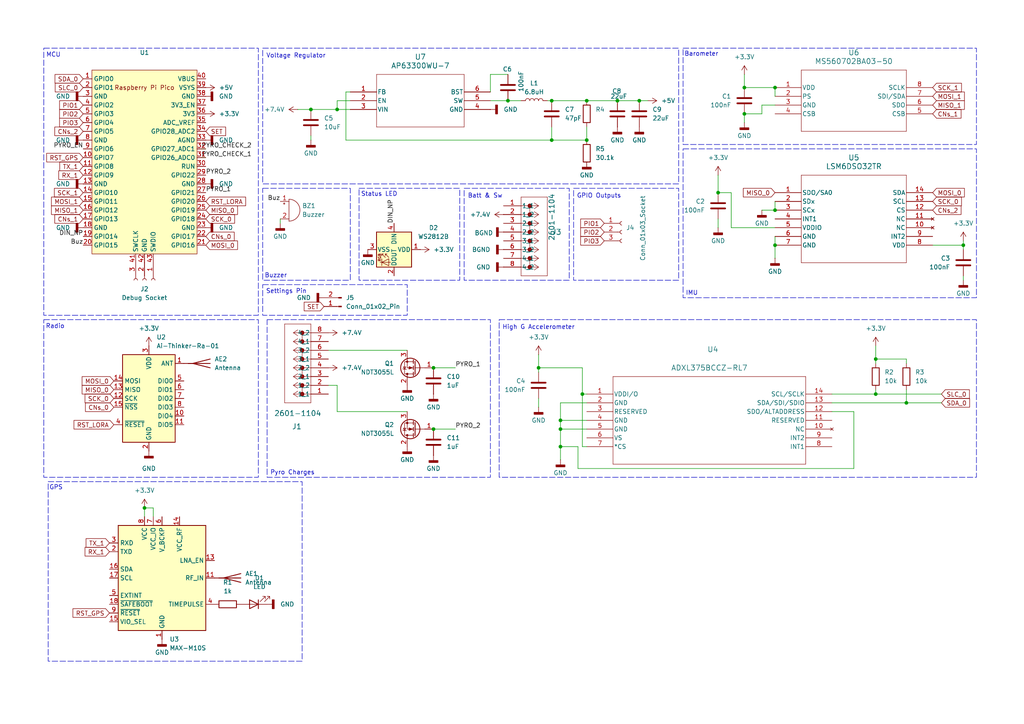
<source format=kicad_sch>
(kicad_sch (version 20231120) (generator "eeschema") (generator_version "8.0")
  (paper "A4")
  (lib_symbols
    (symbol "ADI_ADXL375:ADXL375BCCZ-RL7" (pin_names (offset 0.254))
      (property "Reference" "U" (at 35.56 10.16 0))
      (property "Value" "ADXL375BCCZ-RL7" (at 35.56 7.62 0))
      (symbol "ADXL375BCCZ-RL7_0_1"
        (pin power_in line (at 0 0 0) (length 7.62) (name "VDDI/O") (number "1"))
        (pin no_connect line (at 71.12 -10.16 180) (length 7.62) (name "NC") (number "10"))
        (pin unspecified line (at 71.12 -7.62 180) (length 7.62) (name "RESERVED") (number "11"))
        (pin unspecified line (at 71.12 -5.08 180) (length 7.62) (name "SDO/ALTADDRESS") (number "12"))
        (pin unspecified line (at 71.12 -2.54 180) (length 7.62) (name "SDA/SDI/SDIO") (number "13"))
        (pin unspecified line (at 71.12 0 180) (length 7.62) (name "SCL/SCLK") (number "14"))
        (pin power_out line (at 0 -2.54 0) (length 7.62) (name "GND") (number "2"))
        (pin unspecified line (at 0 -5.08 0) (length 7.62) (name "RESERVED") (number "3"))
        (pin power_out line (at 0 -7.62 0) (length 7.62) (name "GND") (number "4"))
        (pin power_out line (at 0 -10.16 0) (length 7.62) (name "GND") (number "5"))
        (pin unspecified line (at 0 -12.7 0) (length 7.62) (name "VS") (number "6"))
        (pin unspecified line (at 0 -15.24 0) (length 7.62) (name "*CS") (number "7"))
        (pin bidirectional line (at 71.12 -15.24 180) (length 7.62) (name "INT1") (number "8"))
        (pin bidirectional line (at 71.12 -12.7 180) (length 7.62) (name "INT2") (number "9"))
      )
    )
    (symbol "AP6330:AP63300WU-7" (pin_names (offset 0.254))
      (property "Reference" "U" (at 20.32 10.16 0))
      (property "Value" "AP63300WU-7" (at 20.32 7.62 0))
      (symbol "AP63300WU-7_0_1"
        (pin unspecified line (at 0 0 0) (length 7.62) (name "FB") (number "1"))
        (pin unspecified line (at 0 -2.54 0) (length 7.62) (name "EN") (number "2"))
        (pin unspecified line (at 0 -5.08 0) (length 7.62) (name "VIN") (number "3"))
        (pin power_out line (at 40.64 -5.08 180) (length 7.62) (name "GND") (number "4"))
        (pin unspecified line (at 40.64 -2.54 180) (length 7.62) (name "SW") (number "5"))
        (pin unspecified line (at 40.64 0 180) (length 7.62) (name "BST") (number "6"))
      )
    )
    (symbol "Connector:Conn_01x02_Pin" (pin_names (offset 1.016) hide)
      (property "Reference" "J" (at 0 2.54 0))
      (property "Value" "Conn_01x02_Pin" (at 0 -5.08 0))
      (symbol "Conn_01x02_Pin_1_1"
        (pin passive line (at 5.08 0 180) (length 3.81) (name "Pin_1") (number "1"))
        (pin passive line (at 5.08 -2.54 180) (length 3.81) (name "Pin_2") (number "2"))
      )
    )
    (symbol "Connector:Conn_01x03_Socket" (pin_names (offset 1.016) hide)
      (property "Reference" "J" (at 0 5.08 0))
      (property "Value" "Conn_01x03_Socket" (at 0 -5.08 0))
      (symbol "Conn_01x03_Socket_1_1"
        (pin passive line (at -5.08 2.54 0) (length 3.81) (name "Pin_1") (number "1"))
        (pin passive line (at -5.08 0 0) (length 3.81) (name "Pin_2") (number "2"))
        (pin passive line (at -5.08 -2.54 0) (length 3.81) (name "Pin_3") (number "3"))
      )
    )
    (symbol "Device:Antenna" (pin_numbers hide) (pin_names (offset 1.016) hide)
      (property "Reference" "AE" (at -1.905 1.905 0))
      (property "Value" "Antenna" (at -1.905 0 0))
      (symbol "Antenna_1_1"
        (pin input line (at 0 -5.08 90) (length 2.54) (name "A") (number "1"))
      )
    )
    (symbol "Device:Buzzer" (pin_names (offset 0.0254) hide)
      (property "Reference" "BZ" (at 3.81 1.27 0))
      (property "Value" "Buzzer" (at 3.81 -1.27 0))
      (symbol "Buzzer_1_1"
        (pin passive line (at -2.54 2.54 0) (length 2.54) (name "+") (number "1"))
        (pin passive line (at -2.54 -2.54 0) (length 2.54) (name "-") (number "2"))
      )
    )
    (symbol "Device:C" (pin_numbers hide) (pin_names (offset 0.254))
      (property "Reference" "C" (at 0.635 2.54 0))
      (property "Value" "C" (at 0.635 -2.54 0))
      (symbol "C_1_1"
        (pin passive line (at 0 3.81 270) (length 2.794) (name "~") (number "1"))
        (pin passive line (at 0 -3.81 90) (length 2.794) (name "~") (number "2"))
      )
    )
    (symbol "Device:L" (pin_numbers hide) (pin_names (offset 1.016) hide)
      (property "Reference" "L" (at -1.27 0 90))
      (property "Value" "L" (at 1.905 0 90))
      (symbol "L_1_1"
        (pin passive line (at 0 3.81 270) (length 1.27) (name "1") (number "1"))
        (pin passive line (at 0 -3.81 90) (length 1.27) (name "2") (number "2"))
      )
    )
    (symbol "Device:LED" (pin_numbers hide) (pin_names (offset 1.016) hide)
      (property "Reference" "D" (at 0 2.54 0))
      (property "Value" "LED" (at 0 -2.54 0))
      (symbol "LED_1_1"
        (pin passive line (at -3.81 0 0) (length 2.54) (name "K") (number "1"))
        (pin passive line (at 3.81 0 180) (length 2.54) (name "A") (number "2"))
      )
    )
    (symbol "Device:R" (pin_numbers hide) (pin_names (offset 0))
      (property "Reference" "R" (at 2.032 0 90))
      (property "Value" "R" (at 0 0 90))
      (symbol "R_1_1"
        (pin passive line (at 0 3.81 270) (length 1.27) (name "~") (number "1"))
        (pin passive line (at 0 -3.81 90) (length 1.27) (name "~") (number "2"))
      )
    )
    (symbol "LED:WS2812B" (pin_names (offset 0.254))
      (property "Reference" "D" (at 5.08 5.715 0))
      (property "Value" "WS2812B" (at 1.27 -5.715 0))
      (symbol "WS2812B_0_0"
        (text "RGB" (at 2.286 -4.191 0) (effects (font (size 0.762 0.762))))
      )
      (symbol "WS2812B_1_1"
        (pin power_in line (at 0 7.62 270) (length 2.54) (name "VDD") (number "1"))
        (pin output line (at 7.62 0 180) (length 2.54) (name "DOUT") (number "2"))
        (pin power_in line (at 0 -7.62 90) (length 2.54) (name "VSS") (number "3"))
        (pin input line (at -7.62 0 0) (length 2.54) (name "DIN") (number "4"))
      )
    )
    (symbol "LSM6D032:LSM6DSO32TR" (pin_names (offset 0.254))
      (property "Reference" "U" (at 22.86 10.16 0))
      (property "Value" "LSM6DSO32TR" (at 22.86 7.62 0))
      (symbol "LSM6DSO32TR_0_1"
        (pin bidirectional line (at 0 0 0) (length 7.62) (name "SDO/SA0") (number "1"))
        (pin no_connect line (at 45.72 -10.16 180) (length 7.62) (name "NC") (number "10"))
        (pin no_connect line (at 45.72 -7.62 180) (length 7.62) (name "NC") (number "11"))
        (pin input line (at 45.72 -5.08 180) (length 7.62) (name "CS") (number "12"))
        (pin input line (at 45.72 -2.54 180) (length 7.62) (name "SCL") (number "13"))
        (pin bidirectional line (at 45.72 0 180) (length 7.62) (name "SDA") (number "14"))
        (pin unspecified line (at 0 -2.54 0) (length 7.62) (name "SDx") (number "2"))
        (pin unspecified line (at 0 -5.08 0) (length 7.62) (name "SCx") (number "3"))
        (pin output line (at 0 -7.62 0) (length 7.62) (name "INT1") (number "4"))
        (pin power_in line (at 0 -10.16 0) (length 7.62) (name "VDDIO") (number "5"))
        (pin power_out line (at 0 -12.7 0) (length 7.62) (name "GND") (number "6"))
        (pin power_out line (at 0 -15.24 0) (length 7.62) (name "GND") (number "7"))
        (pin power_in line (at 45.72 -15.24 180) (length 7.62) (name "VDD") (number "8"))
        (pin output line (at 45.72 -12.7 180) (length 7.62) (name "INT2") (number "9"))
      )
    )
    (symbol "MCU_RaspberryPi_and_Boards:Pico"
      (property "Reference" "U" (at -13.97 27.94 0))
      (property "Value" "Pico" (at 0 19.05 0))
      (symbol "Pico_0_0"
        (text "Raspberry Pi Pico" (at 0 21.59 0) (effects (font (size 1.27 1.27))))
      )
      (symbol "Pico_1_1"
        (pin bidirectional line (at -17.78 24.13 0) (length 2.54) (name "GPIO0") (number "1"))
        (pin bidirectional line (at -17.78 1.27 0) (length 2.54) (name "GPIO7") (number "10"))
        (pin bidirectional line (at -17.78 -1.27 0) (length 2.54) (name "GPIO8") (number "11"))
        (pin bidirectional line (at -17.78 -3.81 0) (length 2.54) (name "GPIO9") (number "12"))
        (pin power_in line (at -17.78 -6.35 0) (length 2.54) (name "GND") (number "13"))
        (pin bidirectional line (at -17.78 -8.89 0) (length 2.54) (name "GPIO10") (number "14"))
        (pin bidirectional line (at -17.78 -11.43 0) (length 2.54) (name "GPIO11") (number "15"))
        (pin bidirectional line (at -17.78 -13.97 0) (length 2.54) (name "GPIO12") (number "16"))
        (pin bidirectional line (at -17.78 -16.51 0) (length 2.54) (name "GPIO13") (number "17"))
        (pin power_in line (at -17.78 -19.05 0) (length 2.54) (name "GND") (number "18"))
        (pin bidirectional line (at -17.78 -21.59 0) (length 2.54) (name "GPIO14") (number "19"))
        (pin bidirectional line (at -17.78 21.59 0) (length 2.54) (name "GPIO1") (number "2"))
        (pin bidirectional line (at -17.78 -24.13 0) (length 2.54) (name "GPIO15") (number "20"))
        (pin bidirectional line (at 17.78 -24.13 180) (length 2.54) (name "GPIO16") (number "21"))
        (pin bidirectional line (at 17.78 -21.59 180) (length 2.54) (name "GPIO17") (number "22"))
        (pin power_in line (at 17.78 -19.05 180) (length 2.54) (name "GND") (number "23"))
        (pin bidirectional line (at 17.78 -16.51 180) (length 2.54) (name "GPIO18") (number "24"))
        (pin bidirectional line (at 17.78 -13.97 180) (length 2.54) (name "GPIO19") (number "25"))
        (pin bidirectional line (at 17.78 -11.43 180) (length 2.54) (name "GPIO20") (number "26"))
        (pin bidirectional line (at 17.78 -8.89 180) (length 2.54) (name "GPIO21") (number "27"))
        (pin power_in line (at 17.78 -6.35 180) (length 2.54) (name "GND") (number "28"))
        (pin bidirectional line (at 17.78 -3.81 180) (length 2.54) (name "GPIO22") (number "29"))
        (pin power_in line (at -17.78 19.05 0) (length 2.54) (name "GND") (number "3"))
        (pin input line (at 17.78 -1.27 180) (length 2.54) (name "RUN") (number "30"))
        (pin bidirectional line (at 17.78 1.27 180) (length 2.54) (name "GPIO26_ADC0") (number "31"))
        (pin bidirectional line (at 17.78 3.81 180) (length 2.54) (name "GPIO27_ADC1") (number "32"))
        (pin power_in line (at 17.78 6.35 180) (length 2.54) (name "AGND") (number "33"))
        (pin bidirectional line (at 17.78 8.89 180) (length 2.54) (name "GPIO28_ADC2") (number "34"))
        (pin power_in line (at 17.78 11.43 180) (length 2.54) (name "ADC_VREF") (number "35"))
        (pin power_in line (at 17.78 13.97 180) (length 2.54) (name "3V3") (number "36"))
        (pin input line (at 17.78 16.51 180) (length 2.54) (name "3V3_EN") (number "37"))
        (pin bidirectional line (at 17.78 19.05 180) (length 2.54) (name "GND") (number "38"))
        (pin power_in line (at 17.78 21.59 180) (length 2.54) (name "VSYS") (number "39"))
        (pin bidirectional line (at -17.78 16.51 0) (length 2.54) (name "GPIO2") (number "4"))
        (pin power_in line (at 17.78 24.13 180) (length 2.54) (name "VBUS") (number "40"))
        (pin input line (at -2.54 -29.21 90) (length 2.54) (name "SWCLK") (number "41"))
        (pin power_in line (at 0 -29.21 90) (length 2.54) (name "GND") (number "42"))
        (pin bidirectional line (at 2.54 -29.21 90) (length 2.54) (name "SWDIO") (number "43"))
        (pin bidirectional line (at -17.78 13.97 0) (length 2.54) (name "GPIO3") (number "5"))
        (pin bidirectional line (at -17.78 11.43 0) (length 2.54) (name "GPIO4") (number "6"))
        (pin bidirectional line (at -17.78 8.89 0) (length 2.54) (name "GPIO5") (number "7"))
        (pin power_in line (at -17.78 6.35 0) (length 2.54) (name "GND") (number "8"))
        (pin bidirectional line (at -17.78 3.81 0) (length 2.54) (name "GPIO6") (number "9"))
      )
    )
    (symbol "MS5607:MS560702BA03-50" (pin_names (offset 0.254))
      (property "Reference" "U" (at 0 15.24 0))
      (property "Value" "MS560702BA03-50" (at 0 12.7 0))
      (symbol "MS560702BA03-50_0_1"
        (pin power_in line (at -22.86 5.08 0) (length 7.62) (name "VDD") (number "1"))
        (pin input line (at -22.86 2.54 0) (length 7.62) (name "PS") (number "2"))
        (pin power_out line (at -22.86 0 0) (length 7.62) (name "GND") (number "3"))
        (pin input line (at -22.86 -2.54 0) (length 7.62) (name "CSB") (number "4"))
        (pin input line (at 22.86 -2.54 180) (length 7.62) (name "CSB") (number "5"))
        (pin output line (at 22.86 0 180) (length 7.62) (name "SDO") (number "6"))
        (pin bidirectional line (at 22.86 2.54 180) (length 7.62) (name "SDI/SDA") (number "7"))
        (pin input line (at 22.86 5.08 180) (length 7.62) (name "SCLK") (number "8"))
      )
    )
    (symbol "RF_GPS:MAX-M10S"
      (property "Reference" "U" (at -10.16 16.51 0))
      (property "Value" "MAX-M10S" (at 11.43 16.51 0))
      (symbol "MAX-M10S_1_1"
        (pin power_in line (at 0 -17.78 90) (length 2.54) (name "GND") (number "1"))
        (pin passive line (at 0 -17.78 90) (length 2.54) hide (name "GND") (number "10"))
        (pin input line (at 15.24 0 180) (length 2.54) (name "RF_IN") (number "11"))
        (pin passive line (at 0 -17.78 90) (length 2.54) hide (name "GND") (number "12"))
        (pin output line (at 15.24 5.08 180) (length 2.54) (name "LNA_EN") (number "13"))
        (pin power_out line (at 5.08 17.78 270) (length 2.54) (name "VCC_RF") (number "14"))
        (pin input line (at -15.24 -12.7 0) (length 2.54) (name "VIO_SEL") (number "15"))
        (pin bidirectional line (at -15.24 2.54 0) (length 2.54) (name "SDA") (number "16"))
        (pin input line (at -15.24 0 0) (length 2.54) (name "SCL") (number "17"))
        (pin input line (at -15.24 -7.62 0) (length 2.54) (name "~{SAFEBOOT}") (number "18"))
        (pin output line (at -15.24 7.62 0) (length 2.54) (name "TXD") (number "2"))
        (pin input line (at -15.24 10.16 0) (length 2.54) (name "RXD") (number "3"))
        (pin output line (at 15.24 -7.62 180) (length 2.54) (name "TIMEPULSE") (number "4"))
        (pin input line (at -15.24 -5.08 0) (length 2.54) (name "EXTINT") (number "5"))
        (pin power_in line (at 0 17.78 270) (length 2.54) (name "V_BCKP") (number "6"))
        (pin power_in line (at -2.54 17.78 270) (length 2.54) (name "VCC_IO") (number "7"))
        (pin power_in line (at -5.08 17.78 270) (length 2.54) (name "VCC") (number "8"))
        (pin input line (at -15.24 -10.16 0) (length 2.54) (name "~{RESET}") (number "9"))
      )
    )
    (symbol "RF_Module:Ai-Thinker-Ra-01"
      (property "Reference" "U" (at 2.54 17.78 0))
      (property "Value" "Ai-Thinker-Ra-01" (at 13.97 -15.24 0))
      (symbol "Ai-Thinker-Ra-01_1_1"
        (pin passive line (at 10.16 10.16 180) (length 2.54) (name "ANT") (number "1"))
        (pin bidirectional line (at 10.16 -5.08 180) (length 2.54) (name "DIO4") (number "10"))
        (pin bidirectional line (at 10.16 -7.62 180) (length 2.54) (name "DIO5") (number "11"))
        (pin input line (at -10.16 0 0) (length 2.54) (name "SCK") (number "12"))
        (pin output line (at -10.16 2.54 0) (length 2.54) (name "MISO") (number "13"))
        (pin input line (at -10.16 5.08 0) (length 2.54) (name "MOSI") (number "14"))
        (pin input line (at -10.16 -2.54 0) (length 2.54) (name "~{NSS}") (number "15"))
        (pin passive line (at 0 -15.24 90) (length 2.54) hide (name "GND") (number "16"))
        (pin power_in line (at 0 -15.24 90) (length 2.54) (name "GND") (number "2"))
        (pin power_in line (at 0 15.24 270) (length 2.54) (name "VDD") (number "3"))
        (pin input line (at -10.16 -7.62 0) (length 2.54) (name "~{RESET}") (number "4"))
        (pin bidirectional line (at 10.16 5.08 180) (length 2.54) (name "DIO0") (number "5"))
        (pin bidirectional line (at 10.16 2.54 180) (length 2.54) (name "DIO1") (number "6"))
        (pin bidirectional line (at 10.16 0 180) (length 2.54) (name "DIO2") (number "7"))
        (pin bidirectional line (at 10.16 -2.54 180) (length 2.54) (name "DIO3") (number "8"))
        (pin passive line (at 0 -15.24 90) (length 2.54) hide (name "GND") (number "9"))
      )
    )
    (symbol "Transistor_FET:NDT3055L" (pin_names hide)
      (property "Reference" "Q" (at 5.08 1.905 0))
      (property "Value" "NDT3055L" (at 5.08 0 0))
      (symbol "NDT3055L_1_1"
        (pin input line (at -5.08 0 0) (length 2.54) (name "G") (number "1"))
        (pin passive line (at 2.54 5.08 270) (length 2.54) (name "D") (number "2"))
        (pin passive line (at 2.54 -5.08 90) (length 2.54) (name "S") (number "3"))
      )
    )
    (symbol "Wago:2601-1104" (pin_names (offset 0.254))
      (property "Reference" "J" (at 8.89 6.35 0))
      (property "Value" "2601-1104" (at 0 0 0))
      (symbol "2601-1104_1_1"
        (pin unspecified line (at 0 0 0) (length 5.08) (name "1_1") (number "1"))
        (pin unspecified line (at 0 -2.54 0) (length 5.08) (name "1_2") (number "2"))
        (pin unspecified line (at 0 -5.08 0) (length 5.08) (name "2_1") (number "3"))
        (pin unspecified line (at 0 -7.62 0) (length 5.08) (name "2_2") (number "4"))
        (pin unspecified line (at 0 -10.16 0) (length 5.08) (name "3_1") (number "5"))
        (pin unspecified line (at 0 -12.7 0) (length 5.08) (name "3_2") (number "6"))
        (pin unspecified line (at 0 -15.24 0) (length 5.08) (name "4_1") (number "7"))
        (pin unspecified line (at 0 -17.78 0) (length 5.08) (name "4_2") (number "8"))
      )
      (symbol "2601-1104_1_2"
        (pin unspecified line (at 0 0 0) (length 5.08) (name "1_1") (number "1"))
        (pin unspecified line (at 0 -2.54 0) (length 5.08) (name "1_2") (number "2"))
        (pin unspecified line (at 0 -5.08 0) (length 5.08) (name "2_1") (number "3"))
        (pin unspecified line (at 0 -7.62 0) (length 5.08) (name "2_2") (number "4"))
        (pin unspecified line (at 0 -10.16 0) (length 5.08) (name "3_1") (number "5"))
        (pin unspecified line (at 0 -12.7 0) (length 5.08) (name "3_2") (number "6"))
        (pin unspecified line (at 0 -15.24 0) (length 5.08) (name "4_1") (number "7"))
        (pin unspecified line (at 0 -17.78 0) (length 5.08) (name "4_2") (number "8"))
      )
    )
    (symbol "power:+3.3V" (power) (pin_numbers hide) (pin_names (offset 0) hide)
      (property "Value" "+3.3V" (at 0 3.556 0))
      (symbol "+3.3V_1_1"
        (pin power_in line (at 0 0 90) (length 0) (name "~") (number "1"))
      )
    )
    (symbol "power:+5V" (power) (pin_numbers hide) (pin_names (offset 0) hide)
      (property "Value" "+5V" (at 0 3.556 0))
      (symbol "+5V_1_1"
        (pin power_in line (at 0 0 90) (length 0) (name "~") (number "1"))
      )
    )
    (symbol "power:GNDD" (power) (pin_numbers hide) (pin_names (offset 0) hide)
      (property "Value" "GNDD" (at 0 -3.175 0))
      (symbol "GNDD_1_1"
        (pin power_in line (at 0 0 270) (length 0) (name "~") (number "1"))
      )
    )
  )
  (junction (at 254 114.3))
  (junction (at 215.9 33.02))
  (junction (at 125.73 106.68))
  (junction (at 262.89 116.84))
  (junction (at 254 104.14))
  (junction (at 170.18 29.21))
  (junction (at 208.28 55.88))
  (junction (at 162.56 129.54))
  (junction (at 162.56 121.92))
  (junction (at 170.18 40.64))
  (junction (at 224.79 71.12))
  (junction (at 160.02 40.64))
  (junction (at 156.21 106.68))
  (junction (at 90.17 31.75))
  (junction (at 224.79 60.96))
  (junction (at 125.73 124.46))
  (junction (at 224.79 25.4))
  (junction (at 179.07 29.21))
  (junction (at 147.32 29.21))
  (junction (at 185.42 29.21))
  (junction (at 97.79 31.75))
  (junction (at 41.91 147.32))
  (junction (at 279.4 71.12))
  (junction (at 215.9 25.4))
  (junction (at 160.02 29.21))
  (junction (at 162.56 124.46))
  (junction (at 168.91 114.3))
  (wire (pts (xy 167.64 135.89) (xy 167.64 129.54)))
  (wire (pts (xy 132.08 106.68) (xy 125.73 106.68)))
  (wire (pts (xy 168.91 129.54) (xy 168.91 114.3)))
  (wire (pts (xy 59.69 45.72) (xy 58.42 45.72)))
  (wire (pts (xy 220.98 33.02) (xy 220.98 30.48)))
  (wire (pts (xy 241.3 114.3) (xy 254 114.3)))
  (wire (pts (xy 170.18 124.46) (xy 162.56 124.46)))
  (wire (pts (xy 90.17 39.37) (xy 90.17 40.64)))
  (wire (pts (xy 147.32 29.21) (xy 151.13 29.21)))
  (wire (pts (xy 215.9 25.4) (xy 224.79 25.4)))
  (wire (pts (xy 241.3 116.84) (xy 262.89 116.84)))
  (wire (pts (xy 100.33 26.67) (xy 100.33 40.64)))
  (wire (pts (xy 262.89 104.14) (xy 254 104.14)))
  (wire (pts (xy 170.18 48.26) (xy 170.18 46.99)))
  (wire (pts (xy 179.07 29.21) (xy 185.42 29.21)))
  (wire (pts (xy 168.91 106.68) (xy 168.91 114.3)))
  (wire (pts (xy 160.02 36.83) (xy 160.02 40.64)))
  (wire (pts (xy 156.21 115.57) (xy 156.21 118.11)))
  (wire (pts (xy 224.79 58.42) (xy 224.79 60.96)))
  (wire (pts (xy 101.6 26.67) (xy 100.33 26.67)))
  (wire (pts (xy 215.9 33.02) (xy 215.9 35.56)))
  (wire (pts (xy 97.79 119.38) (xy 118.11 119.38)))
  (wire (pts (xy 170.18 40.64) (xy 160.02 40.64)))
  (wire (pts (xy 90.17 31.75) (xy 97.79 31.75)))
  (wire (pts (xy 224.79 66.04) (xy 212.09 66.04)))
  (wire (pts (xy 170.18 36.83) (xy 170.18 40.64)))
  (wire (pts (xy 170.18 129.54) (xy 168.91 129.54)))
  (wire (pts (xy 220.98 33.02) (xy 215.9 33.02)))
  (wire (pts (xy 220.98 30.48) (xy 224.79 30.48)))
  (wire (pts (xy 132.08 124.46) (xy 125.73 124.46)))
  (wire (pts (xy 86.36 31.75) (xy 90.17 31.75)))
  (wire (pts (xy 220.98 60.96) (xy 224.79 60.96)))
  (wire (pts (xy 262.89 116.84) (xy 273.05 116.84)))
  (wire (pts (xy 224.79 68.58) (xy 224.79 71.12)))
  (wire (pts (xy 44.45 149.86) (xy 44.45 147.32)))
  (wire (pts (xy 97.79 31.75) (xy 101.6 31.75)))
  (wire (pts (xy 44.45 147.32) (xy 41.91 147.32)))
  (wire (pts (xy 170.18 116.84) (xy 162.56 116.84)))
  (wire (pts (xy 208.28 63.5) (xy 208.28 66.04)))
  (wire (pts (xy 156.21 102.87) (xy 156.21 106.68)))
  (wire (pts (xy 162.56 116.84) (xy 162.56 121.92)))
  (wire (pts (xy 215.9 21.59) (xy 215.9 25.4)))
  (wire (pts (xy 156.21 106.68) (xy 168.91 106.68)))
  (wire (pts (xy 162.56 121.92) (xy 162.56 124.46)))
  (wire (pts (xy 160.02 29.21) (xy 170.18 29.21)))
  (wire (pts (xy 241.3 119.38) (xy 247.65 119.38)))
  (wire (pts (xy 100.33 40.64) (xy 160.02 40.64)))
  (wire (pts (xy 208.28 50.8) (xy 208.28 55.88)))
  (wire (pts (xy 142.24 26.67) (xy 142.24 21.59)))
  (wire (pts (xy 224.79 25.4) (xy 224.79 27.94)))
  (wire (pts (xy 97.79 111.76) (xy 97.79 119.38)))
  (wire (pts (xy 224.79 71.12) (xy 224.79 74.93)))
  (wire (pts (xy 254 100.33) (xy 254 104.14)))
  (wire (pts (xy 95.25 101.6) (xy 118.11 101.6)))
  (wire (pts (xy 247.65 135.89) (xy 167.64 135.89)))
  (wire (pts (xy 156.21 106.68) (xy 156.21 107.95)))
  (wire (pts (xy 95.25 111.76) (xy 97.79 111.76)))
  (wire (pts (xy 208.28 55.88) (xy 212.09 55.88)))
  (wire (pts (xy 158.75 29.21) (xy 160.02 29.21)))
  (wire (pts (xy 254 114.3) (xy 254 113.03)))
  (wire (pts (xy 81.28 64.77) (xy 81.28 63.5)))
  (wire (pts (xy 279.4 69.85) (xy 279.4 71.12)))
  (wire (pts (xy 162.56 124.46) (xy 162.56 129.54)))
  (wire (pts (xy 279.4 80.01) (xy 279.4 81.28)))
  (wire (pts (xy 162.56 129.54) (xy 162.56 133.35)))
  (wire (pts (xy 254 114.3) (xy 273.05 114.3)))
  (wire (pts (xy 142.24 21.59) (xy 147.32 21.59)))
  (wire (pts (xy 101.6 29.21) (xy 97.79 29.21)))
  (wire (pts (xy 185.42 29.21) (xy 187.96 29.21)))
  (wire (pts (xy 254 104.14) (xy 254 105.41)))
  (wire (pts (xy 97.79 29.21) (xy 97.79 31.75)))
  (wire (pts (xy 270.51 71.12) (xy 279.4 71.12)))
  (wire (pts (xy 59.69 43.18) (xy 58.42 43.18)))
  (wire (pts (xy 212.09 55.88) (xy 212.09 66.04)))
  (wire (pts (xy 262.89 105.41) (xy 262.89 104.14)))
  (wire (pts (xy 170.18 121.92) (xy 162.56 121.92)))
  (wire (pts (xy 279.4 72.39) (xy 279.4 71.12)))
  (wire (pts (xy 168.91 114.3) (xy 170.18 114.3)))
  (wire (pts (xy 170.18 29.21) (xy 179.07 29.21)))
  (wire (pts (xy 262.89 116.84) (xy 262.89 113.03)))
  (wire (pts (xy 147.32 29.21) (xy 142.24 29.21)))
  (wire (pts (xy 247.65 119.38) (xy 247.65 135.89)))
  (wire (pts (xy 167.64 129.54) (xy 162.56 129.54)))
  (wire (pts (xy 41.91 147.32) (xy 41.91 149.86)))
  (rectangle (start 77.47 92.71) (end 142.24 138.43) (stroke (width 0) (type dash)))
  (rectangle (start 12.7 13.97) (end 74.93 91.44) (stroke (width 0) (type dash)))
  (rectangle (start 12.7 92.71) (end 74.93 138.43) (stroke (width 0) (type dash)))
  (rectangle (start 198.12 43.18) (end 283.21 86.36) (stroke (width 0) (type dash)))
  (rectangle (start 76.2 82.55) (end 118.11 91.44) (stroke (width 0) (type dash)))
  (rectangle (start 134.62 54.61) (end 165.1 81.28) (stroke (width 0) (type dash)))
  (rectangle (start 144.78 92.71) (end 283.21 138.43) (stroke (width 0) (type dash)))
  (rectangle (start 166.37 54.61) (end 196.85 81.28) (stroke (width 0) (type dash)))
  (rectangle (start 13.97 139.7) (end 87.63 191.77) (stroke (width 0) (type dash)))
  (rectangle (start 104.14 54.61) (end 133.35 81.28) (stroke (width 0) (type dash)))
  (rectangle (start 76.2 54.61) (end 101.6 81.28) (stroke (width 0) (type dash)))
  (rectangle (start 76.2 13.97) (end 196.85 53.34) (stroke (width 0) (type dash)))
  (rectangle (start 198.12 13.97) (end 283.21 41.91) (stroke (width 0) (type dash)))
  (text "Radio" (at 16.002 94.742 0) (effects (font (size 1.27 1.27))))
  (text "Buzzer" (at 80.01 80.01 0) (effects (font (size 1.27 1.27))))
  (text "Settings Pin" (at 83.058 84.582 0) (effects (font (size 1.27 1.27))))
  (text "High G Accelerometer" (at 156.21 94.996 0) (effects (font (size 1.27 1.27))))
  (text "Voltage Regulator" (at 85.852 16.256 0) (effects (font (size 1.27 1.27))))
  (text "GPS" (at 16.256 141.478 0) (effects (font (size 1.27 1.27))))
  (text "MCU" (at 15.494 16.002 0) (effects (font (size 1.27 1.27))))
  (text "Status LED" (at 109.982 56.388 0) (effects (font (size 1.27 1.27))))
  (text "IMU" (at 200.66 85.09 0) (effects (font (size 1.27 1.27))))
  (text "Batt & Sw" (at 140.716 56.896 0) (effects (font (size 1.27 1.27))))
  (text "GPIO Outputs" (at 173.736 56.896 0) (effects (font (size 1.27 1.27))))
  (text "Pyro Charges" (at 84.836 137.16 0) (effects (font (size 1.27 1.27))))
  (text "Barometer" (at 203.454 15.748 0) (effects (font (size 1.27 1.27))))
  (label "PYRO_EN" (at 24.13 43.18 180))
  (label "PYRO_2" (at 132.08 124.46 0))
  (label "DIN_NP" (at 24.13 68.58 180))
  (label "PYRO_1" (at 59.69 55.88 0))
  (label "PYRO_CHECK_2" (at 58.42 43.18 0))
  (label "DIN_NP" (at 114.3 64.77 90))
  (label "PYRO_1" (at 132.08 106.68 0))
  (label "PYRO_CHECK_1" (at 58.42 45.72 0))
  (label "PYRO_2" (at 59.69 50.8 0))
  (label "Buz" (at 81.28 58.42 180))
  (label "Buz" (at 24.13 71.12 180))
  (global_label "CNs_1" (shape input) (at 270.51 33.02 0) (property "Intersheetrefs" "${INTERSHEET_REFS}" (effects (hide yes))))
  (global_label "SCK_1" (shape input) (at 24.13 55.88 180) (property "Intersheetrefs" "${INTERSHEET_REFS}" (effects (hide yes))))
  (global_label "RST_LORA" (shape input) (at 33.02 123.19 180) (property "Intersheetrefs" "${INTERSHEET_REFS}" (effects (hide yes))))
  (global_label "TX_1" (shape input) (at 31.75 157.48 180) (property "Intersheetrefs" "${INTERSHEET_REFS}" (effects (hide yes))))
  (global_label "SDA_0" (shape input) (at 273.05 116.84 0) (property "Intersheetrefs" "${INTERSHEET_REFS}" (effects (hide yes))))
  (global_label "PIO3" (shape input) (at 24.13 35.56 180) (property "Intersheetrefs" "${INTERSHEET_REFS}" (effects (hide yes))))
  (global_label "CNs_2" (shape input) (at 270.51 60.96 0) (property "Intersheetrefs" "${INTERSHEET_REFS}" (effects (hide yes))))
  (global_label "SCK_0" (shape input) (at 59.69 63.5 0) (property "Intersheetrefs" "${INTERSHEET_REFS}" (effects (hide yes))))
  (global_label "SLC_0" (shape input) (at 273.05 114.3 0) (property "Intersheetrefs" "${INTERSHEET_REFS}" (effects (hide yes))))
  (global_label "MOSI_1" (shape input) (at 270.51 27.94 0) (property "Intersheetrefs" "${INTERSHEET_REFS}" (effects (hide yes))))
  (global_label "PIO1" (shape input) (at 24.13 30.48 180) (property "Intersheetrefs" "${INTERSHEET_REFS}" (effects (hide yes))))
  (global_label "SDA_0" (shape input) (at 24.13 22.86 180) (property "Intersheetrefs" "${INTERSHEET_REFS}" (effects (hide yes))))
  (global_label "SLC_0" (shape input) (at 24.13 25.4 180) (property "Intersheetrefs" "${INTERSHEET_REFS}" (effects (hide yes))))
  (global_label "CNs_0" (shape input) (at 59.69 68.58 0) (property "Intersheetrefs" "${INTERSHEET_REFS}" (effects (hide yes))))
  (global_label "SET" (shape input) (at 59.69 38.1 0) (property "Intersheetrefs" "${INTERSHEET_REFS}" (effects (hide yes))))
  (global_label "RST_LORA" (shape input) (at 59.69 58.42 0) (property "Intersheetrefs" "${INTERSHEET_REFS}" (effects (hide yes))))
  (global_label "PIO3" (shape input) (at 175.26 69.85 180) (property "Intersheetrefs" "${INTERSHEET_REFS}" (effects (hide yes))))
  (global_label "RX_1" (shape input) (at 24.13 50.8 180) (property "Intersheetrefs" "${INTERSHEET_REFS}" (effects (hide yes))))
  (global_label "MISO_0" (shape input) (at 33.02 113.03 180) (property "Intersheetrefs" "${INTERSHEET_REFS}" (effects (hide yes))))
  (global_label "RST_GPS" (shape input) (at 24.13 45.72 180) (property "Intersheetrefs" "${INTERSHEET_REFS}" (effects (hide yes))))
  (global_label "CNs_1" (shape input) (at 24.13 63.5 180) (property "Intersheetrefs" "${INTERSHEET_REFS}" (effects (hide yes))))
  (global_label "MISO_0" (shape input) (at 224.79 55.88 180) (property "Intersheetrefs" "${INTERSHEET_REFS}" (effects (hide yes))))
  (global_label "CNs_2" (shape input) (at 24.13 38.1 180) (property "Intersheetrefs" "${INTERSHEET_REFS}" (effects (hide yes))))
  (global_label "TX_1" (shape input) (at 24.13 48.26 180) (property "Intersheetrefs" "${INTERSHEET_REFS}" (effects (hide yes))))
  (global_label "SCK_1" (shape input) (at 270.51 25.4 0) (property "Intersheetrefs" "${INTERSHEET_REFS}" (effects (hide yes))))
  (global_label "MOSI_0" (shape input) (at 33.02 110.49 180) (property "Intersheetrefs" "${INTERSHEET_REFS}" (effects (hide yes))))
  (global_label "PIO2" (shape input) (at 175.26 67.31 180) (property "Intersheetrefs" "${INTERSHEET_REFS}" (effects (hide yes))))
  (global_label "SET" (shape input) (at 93.98 88.9 180) (property "Intersheetrefs" "${INTERSHEET_REFS}" (effects (hide yes))))
  (global_label "MISO_0" (shape input) (at 59.69 60.96 0) (property "Intersheetrefs" "${INTERSHEET_REFS}" (effects (hide yes))))
  (global_label "PIO2" (shape input) (at 24.13 33.02 180) (property "Intersheetrefs" "${INTERSHEET_REFS}" (effects (hide yes))))
  (global_label "MOSI_0" (shape input) (at 59.69 71.12 0) (property "Intersheetrefs" "${INTERSHEET_REFS}" (effects (hide yes))))
  (global_label "SCK_0" (shape input) (at 33.02 115.57 180) (property "Intersheetrefs" "${INTERSHEET_REFS}" (effects (hide yes))))
  (global_label "RX_1" (shape input) (at 31.75 160.02 180) (property "Intersheetrefs" "${INTERSHEET_REFS}" (effects (hide yes))))
  (global_label "CNs_0" (shape input) (at 33.02 118.11 180) (property "Intersheetrefs" "${INTERSHEET_REFS}" (effects (hide yes))))
  (global_label "MISO_1" (shape input) (at 24.13 60.96 180) (property "Intersheetrefs" "${INTERSHEET_REFS}" (effects (hide yes))))
  (global_label "MOSI_0" (shape input) (at 270.51 55.88 0) (property "Intersheetrefs" "${INTERSHEET_REFS}" (effects (hide yes))))
  (global_label "SCK_0" (shape input) (at 270.51 58.42 0) (property "Intersheetrefs" "${INTERSHEET_REFS}" (effects (hide yes))))
  (global_label "MISO_1" (shape input) (at 270.51 30.48 0) (property "Intersheetrefs" "${INTERSHEET_REFS}" (effects (hide yes))))
  (global_label "MOSI_1" (shape input) (at 24.13 58.42 180) (property "Intersheetrefs" "${INTERSHEET_REFS}" (effects (hide yes))))
  (global_label "RST_GPS" (shape input) (at 31.75 177.8 180) (property "Intersheetrefs" "${INTERSHEET_REFS}" (effects (hide yes))))
  (global_label "PIO1" (shape input) (at 175.26 64.77 180) (property "Intersheetrefs" "${INTERSHEET_REFS}" (effects (hide yes))))
  (symbol (lib_id "Device:C") (at 125.73 128.27 0) (unit 1)
    (property "Reference" "C11" (at 129.54 126.9999 0) (effects (justify left)))
    (property "Value" "1uF" (at 129.54 129.5399 0) (effects (justify left)))
    (property "Footprint" "Capacitor_SMD:C_0603_1608Metric_Pad1.08x0.95mm_HandSolder" (effects (hide yes)))
    (property "Description" "Unpolarized capacitor" (effects (hide yes)))
  )
  (symbol (lib_id "power:GNDD") (at 24.13 66.04 270) (unit 1)
    (property "Reference" "#PWR037" (effects (hide yes)))
    (property "Value" "GND" (at 20.32 66.0399 90) (effects (justify right)))
    (property "Description" "Power symbol creates a global label with name \"GNDD\" , digital ground" (effects (hide yes)))
  )
  (symbol (lib_id "power:GNDD") (at 46.99 185.42 0) (unit 1)
    (property "Reference" "#PWR014" (effects (hide yes)))
    (property "Value" "GND" (at 46.99 189.23 0))
    (property "Description" "Power symbol creates a global label with name \"GNDD\" , digital ground" (effects (hide yes)))
  )
  (symbol (lib_id "Device:R") (at 170.18 33.02 0) (unit 1)
    (property "Reference" "R4" (at 172.72 31.7499 0) (effects (justify left)))
    (property "Value" "158k" (effects (hide yes)))
    (property "Footprint" "Resistor_SMD:R_0603_1608Metric_Pad0.98x0.95mm_HandSolder" (effects (hide yes)))
    (property "Description" "Resistor" (effects (hide yes)))
  )
  (symbol (lib_id "power:GNDD") (at 24.13 53.34 270) (unit 1)
    (property "Reference" "#PWR047" (effects (hide yes)))
    (property "Value" "GND" (at 20.32 53.3399 90) (effects (justify right)))
    (property "Description" "Power symbol creates a global label with name \"GNDD\" , digital ground" (effects (hide yes)))
  )
  (symbol (lib_id "Wago:2601-1104") (at 95.25 114.3 180) (unit 1)
    (property "Reference" "J1" (at 86.106 123.698 0) (effects (font (size 1.524 1.524))))
    (property "Value" "2601-1104" (at 86.36 119.888 0) (effects (font (size 1.524 1.524))))
    (property "Footprint" "CONN4_2601-1104_WAG" (effects (hide yes)))
    (property "Datasheet" "2601-1104" (effects (hide yes)))
  )
  (symbol (lib_id "ADI_ADXL375:ADXL375BCCZ-RL7") (at 170.18 114.3 0) (unit 1)
    (property "Reference" "U4" (at 206.756 101.346 0) (effects (font (size 1.524 1.524))))
    (property "Value" "ADXL375BCCZ-RL7" (at 205.74 106.68 0) (effects (font (size 1.524 1.524))))
    (property "Footprint" "LGA_CC-14-1_ADI" (effects (hide yes)))
    (property "Datasheet" "ADXL375BCCZ-RL7" (effects (hide yes)))
  )
  (symbol (lib_id "Device:C") (at 125.73 110.49 0) (unit 1)
    (property "Reference" "C10" (at 129.54 109.2199 0) (effects (justify left)))
    (property "Value" "1uF" (at 129.54 111.7599 0) (effects (justify left)))
    (property "Footprint" "Capacitor_SMD:C_0603_1608Metric_Pad1.08x0.95mm_HandSolder" (effects (hide yes)))
    (property "Description" "Unpolarized capacitor" (effects (hide yes)))
  )
  (symbol (lib_id "RF_GPS:MAX-M10S") (at 46.99 167.64 0) (unit 1)
    (property "Reference" "U3" (at 49.1841 185.42 0) (effects (justify left)))
    (property "Value" "MAX-M10S" (at 49.1841 187.96 0) (effects (justify left)))
    (property "Footprint" "RF_GPS:ublox_MAX" (effects (hide yes)))
    (property "Datasheet" "https://content.u-blox.com/sites/default/files/MAX-M10S_DataSheet_UBX-20035208.pdf" (effects (hide yes)))
    (property "Description" "GNSS Module MAX M10, VCC 1.65V to 3.6V" (effects (hide yes)))
  )
  (symbol (lib_id "power:GNDD") (at 279.4 81.28 0) (unit 1)
    (property "Reference" "#PWR09" (effects (hide yes)))
    (property "Value" "GND" (at 279.4 85.09 0))
    (property "Description" "Power symbol creates a global label with name \"GNDD\" , digital ground" (effects (hide yes)))
  )
  (symbol (lib_id "power:GNDD") (at 185.42 36.83 0) (unit 1)
    (property "Reference" "#PWR034" (effects (hide yes)))
    (property "Value" "GND" (at 185.42 40.64 0))
    (property "Description" "Power symbol creates a global label with name \"GNDD\" , digital ground" (effects (hide yes)))
  )
  (symbol (lib_id "Connector:Conn_01x03_Socket") (at 41.91 81.28 270) (unit 1)
    (property "Reference" "J2" (at 41.91 83.82 90))
    (property "Value" "Debug Socket" (at 41.91 86.36 90))
    (property "Description" "Generic connector, single row, 01x03, script generated" (effects (hide yes)))
  )
  (symbol (lib_id "Device:C") (at 185.42 33.02 0) (unit 1)
    (property "Reference" "C9" (at 189.23 31.7499 0) (effects (justify left)))
    (property "Value" "22uF" (at 189.23 34.2899 0) (effects (justify left)))
    (property "Footprint" "Capacitor_SMD:C_0603_1608Metric_Pad1.08x0.95mm_HandSolder" (effects (hide yes)))
    (property "Description" "Unpolarized capacitor" (effects (hide yes)))
  )
  (symbol (lib_id "LSM6D032:LSM6DSO32TR") (at 224.79 55.88 0) (unit 1)
    (property "Reference" "U5" (at 247.65 45.72 0) (effects (font (size 1.524 1.524))))
    (property "Value" "LSM6DSO32TR" (at 247.65 48.26 0) (effects (font (size 1.524 1.524))))
    (property "Footprint" "LSM6D032:LGA-14L_2P5X3X0P83_STM" (effects (hide yes)))
    (property "Datasheet" "LSM6DSO32TR" (effects (hide yes)))
  )
  (symbol (lib_id "Transistor_FET:NDT3055L") (at 120.65 106.68 180) (unit 1)
    (property "Reference" "Q1" (at 114.3 105.4099 0) (effects (justify left)))
    (property "Value" "NDT3055L" (at 114.3 107.9499 0) (effects (justify left)))
    (property "Footprint" "Package_TO_SOT_SMD:SOT-223-3_TabPin2" (effects (hide yes)))
    (property "Datasheet" "https://www.onsemi.com/pdf/datasheet/ndt3055l-d.pdf" (effects (hide yes)))
    (property "Description" "4A Id, 60V Vds, N-Channel Logic Level Enhancement Mode MOSFET, SOT-223" (effects (hide yes)))
  )
  (symbol (lib_id "power:GNDD") (at 125.73 114.3 0) (unit 1)
    (property "Reference" "#PWR044" (effects (hide yes)))
    (property "Value" "GND" (at 125.73 118.11 0))
    (property "Description" "Power symbol creates a global label with name \"GNDD\" , digital ground" (effects (hide yes)))
  )
  (symbol (lib_id "power:GNDD") (at 179.07 36.83 0) (unit 1)
    (property "Reference" "#PWR032" (effects (hide yes)))
    (property "Value" "GND" (at 179.07 40.64 0))
    (property "Description" "Power symbol creates a global label with name \"GNDD\" , digital ground" (effects (hide yes)))
  )
  (symbol (lib_id "Device:C") (at 147.32 25.4 0) (unit 1)
    (property "Reference" "C6" (at 145.796 20.066 0) (effects (justify left)))
    (property "Value" "100nF" (at 151.13 26.6699 90) (effects (justify left)))
    (property "Footprint" "Capacitor_SMD:C_0603_1608Metric_Pad1.08x0.95mm_HandSolder" (effects (hide yes)))
    (property "Description" "Unpolarized capacitor" (effects (hide yes)))
  )
  (symbol (lib_id "Device:C") (at 215.9 29.21 0) (mirror y) (unit 1)
    (property "Reference" "C1" (at 212.09 27.9399 0) (effects (justify left)))
    (property "Value" "100nF" (at 212.09 30.4799 0) (effects (justify left)))
    (property "Footprint" "Capacitor_SMD:C_0603_1608Metric_Pad1.08x0.95mm_HandSolder" (effects (hide yes)))
    (property "Description" "Unpolarized capacitor" (effects (hide yes)))
  )
  (symbol (lib_id "power:+3.3V") (at 43.18 100.33 0) (unit 1)
    (property "Reference" "#PWR012" (effects (hide yes)))
    (property "Value" "+3.3V" (at 43.18 95.25 0))
    (property "Description" "Power symbol creates a global label with name \"+3.3V\"" (effects (hide yes)))
  )
  (symbol (lib_id "power:+3.3V") (at 254 100.33 0) (unit 1)
    (property "Reference" "#PWR025" (effects (hide yes)))
    (property "Value" "+3.3V" (at 254 95.25 0))
    (property "Description" "Power symbol creates a global label with name \"+3.3V\"" (effects (hide yes)))
  )
  (symbol (lib_id "power:GNDD") (at 156.21 118.11 0) (unit 1)
    (property "Reference" "#PWR024" (effects (hide yes)))
    (property "Value" "GND" (at 156.21 121.92 0))
    (property "Description" "Power symbol creates a global label with name \"GNDD\" , digital ground" (effects (hide yes)))
  )
  (symbol (lib_id "power:GNDD") (at 59.69 27.94 90) (unit 1)
    (property "Reference" "#PWR02" (effects (hide yes)))
    (property "Value" "GND" (at 63.5 27.9399 90) (effects (justify right)))
    (property "Description" "Power symbol creates a global label with name \"GNDD\" , digital ground" (effects (hide yes)))
  )
  (symbol (lib_id "Device:R") (at 254 109.22 0) (unit 1)
    (property "Reference" "R2" (at 256.54 107.9499 0) (effects (justify left)))
    (property "Value" "10k" (at 256.54 110.4899 0) (effects (justify left)))
    (property "Footprint" "Resistor_SMD:R_0603_1608Metric_Pad0.98x0.95mm_HandSolder" (effects (hide yes)))
    (property "Description" "Resistor" (effects (hide yes)))
  )
  (symbol (lib_id "Device:Antenna") (at 67.31 167.64 270) (unit 1)
    (property "Reference" "AE1" (at 71.12 166.3699 90) (effects (justify left)))
    (property "Value" "Antenna" (at 71.12 168.9099 90) (effects (justify left)))
    (property "Description" "Antenna" (effects (hide yes)))
  )
  (symbol (lib_id "power:+5V") (at 59.69 25.4 270) (unit 1)
    (property "Reference" "#PWR015" (effects (hide yes)))
    (property "Value" "+5V" (at 63.5 25.3999 90) (effects (justify left)))
    (property "Description" "Power symbol creates a global label with name \"+5V\"" (effects (hide yes)))
  )
  (symbol (lib_id "power:GNDD") (at 146.05 77.47 270) (unit 1)
    (property "Reference" "#PWR017" (effects (hide yes)))
    (property "Value" "GND" (at 142.24 77.4699 90) (effects (justify right)))
    (property "Description" "Power symbol creates a global label with name \"GNDD\" , digital ground" (effects (hide yes)))
  )
  (symbol (lib_id "power:+3.3V") (at 279.4 69.85 0) (unit 1)
    (property "Reference" "#PWR07" (effects (hide yes)))
    (property "Value" "+3.3V" (at 279.4 64.77 0))
    (property "Description" "Power symbol creates a global label with name \"+3.3V\"" (effects (hide yes)))
  )
  (symbol (lib_id "power:GNDD") (at 59.69 40.64 90) (unit 1)
    (property "Reference" "#PWR039" (effects (hide yes)))
    (property "Value" "GND" (at 63.5 40.6399 90) (effects (justify right)))
    (property "Description" "Power symbol creates a global label with name \"GNDD\" , digital ground" (effects (hide yes)))
  )
  (symbol (lib_id "LED:WS2812B") (at 114.3 72.39 270) (unit 1)
    (property "Reference" "D2" (at 125.73 66.0714 90))
    (property "Value" "WS2812B" (at 125.73 68.6114 90))
    (property "Footprint" "LED_SMD:LED_WS2812B_PLCC4_5.0x5.0mm_P3.2mm" (effects (hide yes)))
    (property "Datasheet" "https://cdn-shop.adafruit.com/datasheets/WS2812B.pdf" (effects (hide yes)))
    (property "Description" "RGB LED with integrated controller" (effects (hide yes)))
  )
  (symbol (lib_id "Device:C") (at 160.02 33.02 0) (unit 1)
    (property "Reference" "C7" (at 163.83 31.7499 0) (effects (justify left)))
    (property "Value" "47pF" (at 163.83 34.2899 0) (effects (justify left)))
    (property "Footprint" "Capacitor_SMD:C_0603_1608Metric_Pad1.08x0.95mm_HandSolder" (effects (hide yes)))
    (property "Description" "Unpolarized capacitor" (effects (hide yes)))
  )
  (symbol (lib_id "power:GNDD") (at 59.69 53.34 90) (unit 1)
    (property "Reference" "#PWR038" (effects (hide yes)))
    (property "Value" "GND" (at 63.5 53.3399 90) (effects (justify right)))
    (property "Description" "Power symbol creates a global label with name \"GNDD\" , digital ground" (effects (hide yes)))
  )
  (symbol (lib_id "MCU_RaspberryPi_and_Boards:Pico") (at 41.91 46.99 0) (unit 1)
    (property "Reference" "U1" (at 41.91 15.24 0))
    (property "Value" "Pico" (effects (hide yes)))
    (property "Footprint" "Module_RaspberryPi_Pico:RaspberryPi_Pico_W_SMD_HandSolder" (effects (hide yes)))
  )
  (symbol (lib_id "Transistor_FET:NDT3055L") (at 120.65 124.46 180) (unit 1)
    (property "Reference" "Q2" (at 114.3 123.1899 0) (effects (justify left)))
    (property "Value" "NDT3055L" (at 114.3 125.7299 0) (effects (justify left)))
    (property "Footprint" "Package_TO_SOT_SMD:SOT-223-3_TabPin2" (effects (hide yes)))
    (property "Datasheet" "https://www.onsemi.com/pdf/datasheet/ndt3055l-d.pdf" (effects (hide yes)))
    (property "Description" "4A Id, 60V Vds, N-Channel Logic Level Enhancement Mode MOSFET, SOT-223" (effects (hide yes)))
  )
  (symbol (lib_id "power:GNDD") (at 224.79 74.93 0) (unit 1)
    (property "Reference" "#PWR010" (effects (hide yes)))
    (property "Value" "GND" (at 224.79 78.74 0))
    (property "Description" "Power symbol creates a global label with name \"GNDD\" , digital ground" (effects (hide yes)))
  )
  (symbol (lib_id "Connector:Conn_01x02_Pin") (at 99.06 88.9 180) (unit 1)
    (property "Reference" "J5" (at 100.33 86.3599 0) (effects (justify right)))
    (property "Value" "Conn_01x02_Pin" (at 100.33 88.8999 0) (effects (justify right)))
    (property "Footprint" "Connector_PinHeader_1.00mm:PinHeader_1x02_P1.00mm_Vertical" (effects (hide yes)))
    (property "Description" "Generic connector, single row, 01x02, script generated" (effects (hide yes)))
  )
  (symbol (lib_id "power:GNDD") (at 146.05 67.31 270) (unit 1)
    (property "Reference" "#PWR027" (effects (hide yes)))
    (property "Value" "BGND" (at 143.002 67.564 90) (effects (justify right)))
    (property "Description" "Power symbol creates a global label with name \"GNDD\" , digital ground" (effects (hide yes)))
  )
  (symbol (lib_id "power:GNDD") (at 208.28 66.04 0) (unit 1)
    (property "Reference" "#PWR08" (effects (hide yes)))
    (property "Value" "GND" (at 208.28 69.85 0))
    (property "Description" "Power symbol creates a global label with name \"GNDD\" , digital ground" (effects (hide yes)))
  )
  (symbol (lib_id "Device:R") (at 262.89 109.22 0) (unit 1)
    (property "Reference" "R3" (at 265.43 107.9499 0) (effects (justify left)))
    (property "Value" "10k" (at 265.43 110.4899 0) (effects (justify left)))
    (property "Footprint" "Resistor_SMD:R_0603_1608Metric_Pad0.98x0.95mm_HandSolder" (effects (hide yes)))
    (property "Description" "Resistor" (effects (hide yes)))
  )
  (symbol (lib_id "power:GNDD") (at 90.17 40.64 0) (unit 1)
    (property "Reference" "#PWR029" (effects (hide yes)))
    (property "Value" "GND" (at 90.17 44.45 0))
    (property "Description" "Power symbol creates a global label with name \"GNDD\" , digital ground" (effects (hide yes)))
  )
  (symbol (lib_id "AP6330:AP63300WU-7") (at 101.6 26.67 0) (unit 1)
    (property "Reference" "U7" (at 121.92 16.51 0) (effects (font (size 1.524 1.524))))
    (property "Value" "AP63300WU-7" (at 121.92 19.05 0) (effects (font (size 1.524 1.524))))
    (property "Footprint" "TSOT6_AP63300WU-7_DIO" (effects (hide yes)))
    (property "Datasheet" "AP63300WU-7" (effects (hide yes)))
  )
  (symbol (lib_id "power:+5V") (at 86.36 31.75 90) (unit 1)
    (property "Reference" "#PWR028" (effects (hide yes)))
    (property "Value" "+7.4V" (at 82.55 31.7499 90) (effects (justify left)))
    (property "Description" "Power symbol creates a global label with name \"+5V\"" (effects (hide yes)))
  )
  (symbol (lib_id "MS5607:MS560702BA03-50") (at 247.65 30.48 0) (unit 1)
    (property "Reference" "U6" (at 247.65 15.24 0) (effects (font (size 1.524 1.524))))
    (property "Value" "MS560702BA03-50" (at 247.65 17.78 0) (effects (font (size 1.524 1.524))))
    (property "Footprint" "MS5607:SON8_MS5611_TEC" (effects (hide yes)))
    (property "Datasheet" "MS560702BA03-50" (effects (hide yes)))
  )
  (symbol (lib_id "power:GNDD") (at 215.9 35.56 0) (unit 1)
    (property "Reference" "#PWR03" (effects (hide yes)))
    (property "Value" "GND" (at 215.9 39.37 0))
    (property "Description" "Power symbol creates a global label with name \"GNDD\" , digital ground" (effects (hide yes)))
  )
  (symbol (lib_id "Device:Buzzer") (at 83.82 60.96 0) (unit 1)
    (property "Reference" "BZ1" (at 87.63 59.6899 0) (effects (justify left)))
    (property "Value" "Buzzer" (at 87.63 62.2299 0) (effects (justify left)))
    (property "Footprint" "Buzzer_Beeper:Buzzer_12x9.5RM7.6" (effects (hide yes)))
    (property "Description" "Buzzer, polarized" (effects (hide yes)))
  )
  (symbol (lib_id "Device:R") (at 66.04 175.26 270) (unit 1)
    (property "Reference" "R1" (at 66.04 168.91 90))
    (property "Value" "1k" (at 66.04 171.45 90))
    (property "Footprint" "Resistor_SMD:R_0603_1608Metric_Pad0.98x0.95mm_HandSolder" (effects (hide yes)))
    (property "Description" "Resistor" (effects (hide yes)))
  )
  (symbol (lib_id "power:GNDD") (at 81.28 64.77 0) (unit 1)
    (property "Reference" "#PWR021" (effects (hide yes)))
    (property "Value" "GND" (at 81.28 68.58 0))
    (property "Description" "Power symbol creates a global label with name \"GNDD\" , digital ground" (effects (hide yes)))
  )
  (symbol (lib_id "power:GNDD") (at 118.11 111.76 0) (unit 1)
    (property "Reference" "#PWR043" (effects (hide yes)))
    (property "Value" "GND" (at 118.11 115.57 0))
    (property "Description" "Power symbol creates a global label with name \"GNDD\" , digital ground" (effects (hide yes)))
  )
  (symbol (lib_id "power:GNDD") (at 146.05 72.39 270) (unit 1)
    (property "Reference" "#PWR026" (effects (hide yes)))
    (property "Value" "BGND" (at 142.24 72.3901 90) (effects (justify right)))
    (property "Description" "Power symbol creates a global label with name \"GNDD\" , digital ground" (effects (hide yes)))
  )
  (symbol (lib_id "Device:R") (at 170.18 44.45 0) (unit 1)
    (property "Reference" "R5" (at 172.72 43.1799 0) (effects (justify left)))
    (property "Value" "30.1k" (at 172.72 45.7199 0) (effects (justify left)))
    (property "Footprint" "Resistor_SMD:R_0603_1608Metric_Pad0.98x0.95mm_HandSolder" (effects (hide yes)))
    (property "Description" "Resistor" (effects (hide yes)))
  )
  (symbol (lib_id "power:GNDD") (at 106.68 72.39 0) (unit 1)
    (property "Reference" "#PWR020" (effects (hide yes)))
    (property "Value" "GND" (at 106.68 76.2 0))
    (property "Description" "Power symbol creates a global label with name \"GNDD\" , digital ground" (effects (hide yes)))
  )
  (symbol (lib_id "Connector:Conn_01x03_Socket") (at 180.34 67.31 0) (unit 1)
    (property "Reference" "J4" (at 181.61 66.0399 0) (effects (justify left)))
    (property "Value" "Conn_01x03_Socket" (at 186.436 75.692 90) (effects (justify left)))
    (property "Footprint" "Connector_JST:JST_PH_B3B-PH-K_1x03_P2.00mm_Vertical" (effects (hide yes)))
    (property "Description" "Generic connector, single row, 01x03, script generated" (effects (hide yes)))
  )
  (symbol (lib_id "power:+5V") (at 146.05 62.23 90) (unit 1)
    (property "Reference" "#PWR016" (effects (hide yes)))
    (property "Value" "+7.4V" (at 142.24 62.2299 90) (effects (justify left)))
    (property "Description" "Power symbol creates a global label with name \"+5V\"" (effects (hide yes)))
  )
  (symbol (lib_id "power:GNDD") (at 43.18 130.81 0) (unit 1)
    (property "Reference" "#PWR013" (effects (hide yes)))
    (property "Value" "GND" (at 43.18 135.89 0))
    (property "Description" "Power symbol creates a global label with name \"GNDD\" , digital ground" (effects (hide yes)))
  )
  (symbol (lib_id "power:GNDD") (at 162.56 133.35 0) (unit 1)
    (property "Reference" "#PWR022" (effects (hide yes)))
    (property "Value" "GND" (at 162.56 137.16 0))
    (property "Description" "Power symbol creates a global label with name \"GNDD\" , digital ground" (effects (hide yes)))
  )
  (symbol (lib_id "Device:C") (at 156.21 111.76 0) (mirror y) (unit 1)
    (property "Reference" "C4" (at 152.4 110.4899 0) (effects (justify left)))
    (property "Value" "100nF" (at 152.4 113.0299 0) (effects (justify left)))
    (property "Footprint" "Capacitor_SMD:C_0603_1608Metric_Pad1.08x0.95mm_HandSolder" (effects (hide yes)))
    (property "Description" "Unpolarized capacitor" (effects (hide yes)))
  )
  (symbol (lib_id "power:+3.3V") (at 156.21 102.87 0) (unit 1)
    (property "Reference" "#PWR023" (effects (hide yes)))
    (property "Value" "+3.3V" (at 156.21 97.79 0))
    (property "Description" "Power symbol creates a global label with name \"+3.3V\"" (effects (hide yes)))
  )
  (symbol (lib_id "Device:C") (at 179.07 33.02 0) (unit 1)
    (property "Reference" "C8" (at 177.546 26.416 0) (effects (justify left)))
    (property "Value" "22uF" (at 177.038 27.94 0) (effects (justify left)))
    (property "Footprint" "Capacitor_SMD:C_0603_1608Metric_Pad1.08x0.95mm_HandSolder" (effects (hide yes)))
    (property "Description" "Unpolarized capacitor" (effects (hide yes)))
  )
  (symbol (lib_id "power:+3.3V") (at 41.91 147.32 0) (unit 1)
    (property "Reference" "#PWR05" (effects (hide yes)))
    (property "Value" "+3.3V" (at 41.91 142.24 0))
    (property "Description" "Power symbol creates a global label with name \"+3.3V\"" (effects (hide yes)))
  )
  (symbol (lib_id "power:GNDD") (at 24.13 40.64 270) (unit 1)
    (property "Reference" "#PWR036" (effects (hide yes)))
    (property "Value" "GND" (at 20.32 40.6399 90) (effects (justify right)))
    (property "Description" "Power symbol creates a global label with name \"GNDD\" , digital ground" (effects (hide yes)))
  )
  (symbol (lib_id "power:+3.3V") (at 215.9 21.59 0) (unit 1)
    (property "Reference" "#PWR04" (effects (hide yes)))
    (property "Value" "+3.3V" (at 215.9 16.51 0))
    (property "Description" "Power symbol creates a global label with name \"+3.3V\"" (effects (hide yes)))
  )
  (symbol (lib_id "power:GNDD") (at 59.69 66.04 90) (unit 1)
    (property "Reference" "#PWR040" (effects (hide yes)))
    (property "Value" "GND" (at 63.5 66.0399 90) (effects (justify right)))
    (property "Description" "Power symbol creates a global label with name \"GNDD\" , digital ground" (effects (hide yes)))
  )
  (symbol (lib_id "power:GNDD") (at 220.98 60.96 0) (unit 1)
    (property "Reference" "#PWR011" (effects (hide yes)))
    (property "Value" "GND" (at 220.98 64.77 0))
    (property "Description" "Power symbol creates a global label with name \"GNDD\" , digital ground" (effects (hide yes)))
  )
  (symbol (lib_id "power:GNDD") (at 118.11 129.54 0) (unit 1)
    (property "Reference" "#PWR045" (effects (hide yes)))
    (property "Value" "GND" (at 118.11 133.35 0))
    (property "Description" "Power symbol creates a global label with name \"GNDD\" , digital ground" (effects (hide yes)))
  )
  (symbol (lib_id "power:+3.3V") (at 208.28 50.8 0) (unit 1)
    (property "Reference" "#PWR06" (effects (hide yes)))
    (property "Value" "+3.3V" (at 208.28 45.72 0))
    (property "Description" "Power symbol creates a global label with name \"+3.3V\"" (effects (hide yes)))
  )
  (symbol (lib_id "Device:C") (at 90.17 35.56 0) (unit 1)
    (property "Reference" "C5" (at 93.98 34.2899 0) (effects (justify left)))
    (property "Value" "10uF" (at 93.98 36.8299 0) (effects (justify left)))
    (property "Footprint" "Capacitor_SMD:C_0603_1608Metric_Pad1.08x0.95mm_HandSolder" (effects (hide yes)))
    (property "Description" "Unpolarized capacitor" (effects (hide yes)))
  )
  (symbol (lib_id "power:GNDD") (at 142.24 31.75 90) (unit 1)
    (property "Reference" "#PWR030" (effects (hide yes)))
    (property "Value" "GND" (at 146.05 31.7499 90) (effects (justify right)))
    (property "Description" "Power symbol creates a global label with name \"GNDD\" , digital ground" (effects (hide yes)))
  )
  (symbol (lib_id "RF_Module:Ai-Thinker-Ra-01") (at 43.18 115.57 0) (unit 1)
    (property "Reference" "U2" (at 45.3741 97.79 0) (effects (justify left)))
    (property "Value" "Ai-Thinker-Ra-01" (at 45.3741 100.33 0) (effects (justify left)))
    (property "Footprint" "RF_Module:Ai-Thinker-Ra-01-LoRa" (effects (hide yes)))
    (property "Datasheet" "http://wiki.ai-thinker.com/_media/lora/docs/c047ps01a1_ra-01_product_specification_v1.1.pdf" (effects (hide yes)))
    (property "Description" "Ai-Thinker Ra-01 410-525 MHz LoRa Module, SPI interface, external antenna" (effects (hide yes)))
  )
  (symbol (lib_id "Device:C") (at 208.28 59.69 0) (mirror y) (unit 1)
    (property "Reference" "C2" (at 204.47 58.4199 0) (effects (justify left)))
    (property "Value" "100nF" (at 204.47 60.9599 0) (effects (justify left)))
    (property "Footprint" "Capacitor_SMD:C_0603_1608Metric_Pad1.08x0.95mm_HandSolder" (effects (hide yes)))
    (property "Description" "Unpolarized capacitor" (effects (hide yes)))
  )
  (symbol (lib_id "power:+3.3V") (at 121.92 72.39 270) (unit 1)
    (property "Reference" "#PWR019" (effects (hide yes)))
    (property "Value" "+3.3V" (at 125.73 72.3899 90) (effects (justify left)))
    (property "Description" "Power symbol creates a global label with name \"+3.3V\"" (effects (hide yes)))
  )
  (symbol (lib_id "power:GNDD") (at 77.47 175.26 90) (unit 1)
    (property "Reference" "#PWR018" (effects (hide yes)))
    (property "Value" "GND" (at 81.28 175.2599 90) (effects (justify right)))
    (property "Description" "Power symbol creates a global label with name \"GNDD\" , digital ground" (effects (hide yes)))
  )
  (symbol (lib_id "power:GNDD") (at 125.73 132.08 0) (unit 1)
    (property "Reference" "#PWR046" (effects (hide yes)))
    (property "Value" "GND" (at 125.73 135.89 0))
    (property "Description" "Power symbol creates a global label with name \"GNDD\" , digital ground" (effects (hide yes)))
  )
  (symbol (lib_id "power:GNDD") (at 93.98 86.36 270) (unit 1)
    (property "Reference" "#PWR048" (effects (hide yes)))
    (property "Value" "GND" (at 90.17 86.3599 90) (effects (justify right)))
    (property "Description" "Power symbol creates a global label with name \"GNDD\" , digital ground" (effects (hide yes)))
  )
  (symbol (lib_id "power:GNDD") (at 24.13 27.94 270) (unit 1)
    (property "Reference" "#PWR035" (effects (hide yes)))
    (property "Value" "GND" (at 20.32 27.9399 90) (effects (justify right)))
    (property "Description" "Power symbol creates a global label with name \"GNDD\" , digital ground" (effects (hide yes)))
  )
  (symbol (lib_id "power:+5V") (at 95.25 96.52 270) (unit 1)
    (property "Reference" "#PWR041" (effects (hide yes)))
    (property "Value" "+7.4V" (at 99.06 96.5199 90) (effects (justify left)))
    (property "Description" "Power symbol creates a global label with name \"+5V\"" (effects (hide yes)))
  )
  (symbol (lib_id "power:GNDD") (at 170.18 46.99 0) (unit 1)
    (property "Reference" "#PWR031" (effects (hide yes)))
    (property "Value" "GND" (at 170.18 50.8 0))
    (property "Description" "Power symbol creates a global label with name \"GNDD\" , digital ground" (effects (hide yes)))
  )
  (symbol (lib_id "Wago:2601-1104") (at 146.05 59.69 0) (unit 1)
    (property "Reference" "J3" (at 160.02 67.3099 0) (effects (font (size 1.524 1.524)) (justify left)))
    (property "Value" "2601-1104" (at 160.02 69.8499 90) (effects (font (size 1.524 1.524)) (justify left)))
    (property "Footprint" "CONN4_2601-1104_WAG" (effects (hide yes)))
    (property "Datasheet" "2601-1104" (effects (hide yes)))
  )
  (symbol (lib_id "power:+5V") (at 95.25 106.68 270) (unit 1)
    (property "Reference" "#PWR042" (effects (hide yes)))
    (property "Value" "+7.4V" (at 99.06 106.6799 90) (effects (justify left)))
    (property "Description" "Power symbol creates a global label with name \"+5V\"" (effects (hide yes)))
  )
  (symbol (lib_id "Device:LED") (at 73.66 175.26 180) (unit 1)
    (property "Reference" "D1" (at 75.2475 167.64 0))
    (property "Value" "LED" (at 75.2475 170.18 0))
    (property "Footprint" "LED_SMD:LED_1210_3225Metric" (effects (hide yes)))
    (property "Description" "Light emitting diode" (effects (hide yes)))
  )
  (symbol (lib_id "power:+3.3V") (at 59.69 33.02 270) (unit 1)
    (property "Reference" "#PWR01" (effects (hide yes)))
    (property "Value" "+3.3V" (at 63.5 33.0199 90) (effects (justify left)))
    (property "Description" "Power symbol creates a global label with name \"+3.3V\"" (effects (hide yes)))
  )
  (symbol (lib_id "Device:Antenna") (at 58.42 105.41 270) (unit 1)
    (property "Reference" "AE2" (at 62.23 104.1399 90) (effects (justify left)))
    (property "Value" "Antenna" (at 62.23 106.6799 90) (effects (justify left)))
    (property "Footprint" "Connector_Coaxial:SMA_Molex_73251-1153_EdgeMount_Horizontal" (effects (hide yes)))
    (property "Description" "Antenna" (effects (hide yes)))
  )
  (symbol (lib_id "Device:L") (at 154.94 29.21 90) (unit 1)
    (property "Reference" "L1" (at 154.94 24.13 90))
    (property "Value" "6.8uH" (at 154.94 26.67 90))
    (property "Footprint" "Inductor_SMD:L_0603_1608Metric_Pad1.05x0.95mm_HandSolder" (effects (hide yes)))
    (property "Description" "Inductor" (effects (hide yes)))
  )
  (symbol (lib_id "Device:C") (at 279.4 76.2 0) (mirror y) (unit 1)
    (property "Reference" "C3" (at 275.59 74.9299 0) (effects (justify left)))
    (property "Value" "100nF" (at 275.59 77.4699 0) (effects (justify left)))
    (property "Footprint" "Capacitor_SMD:C_0603_1608Metric_Pad1.08x0.95mm_HandSolder" (effects (hide yes)))
    (property "Description" "Unpolarized capacitor" (effects (hide yes)))
  )
  (symbol (lib_id "power:+5V") (at 187.96 29.21 270) (unit 1)
    (property "Reference" "#PWR033" (effects (hide yes)))
    (property "Value" "+5V" (at 191.77 29.2099 90) (effects (justify left)))
    (property "Description" "Power symbol creates a global label with name \"+5V\"" (effects (hide yes)))
  )
)
</source>
